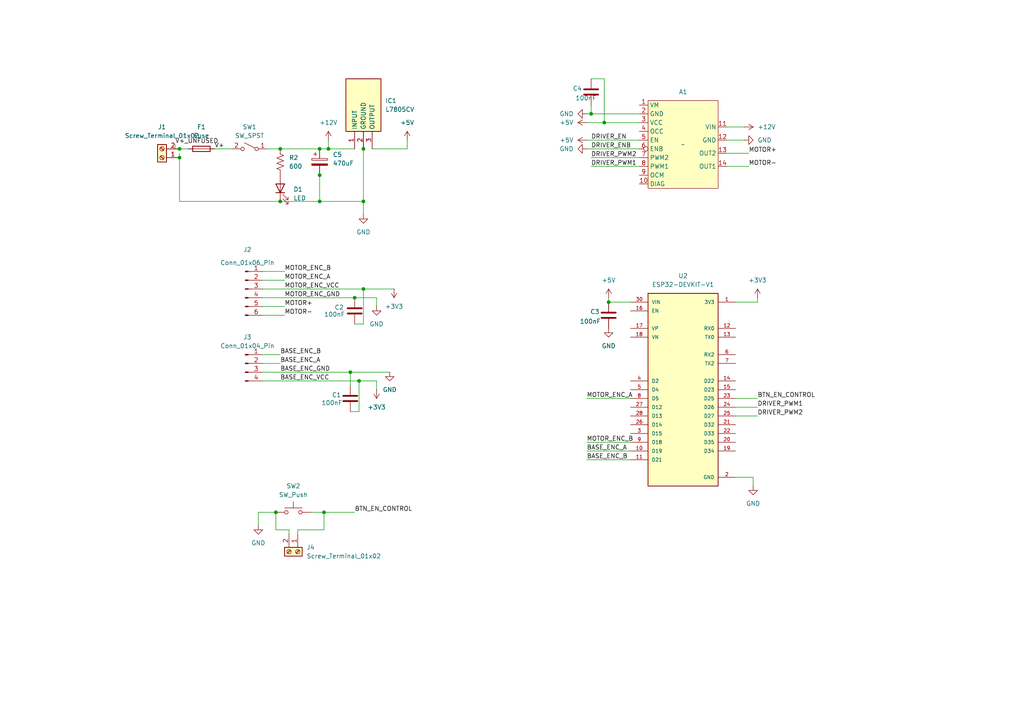
<source format=kicad_sch>
(kicad_sch (version 20250114) (generator "eeschema") (generator_version "9.0")
  (paper "A4")
  (lib_symbols
    (symbol "RWPendulum_Symbols:+12V" (power) (pin_numbers (hide yes)) (pin_names (offset 0) (hide yes))
      (property "Value" "+12V" (at 0 3.556 0))
      (symbol "+12V_0_1"
        (polyline (pts (xy -0.762 1.27) (xy 0 2.54)))
        (polyline (pts (xy 0 2.54) (xy 0.762 1.27)))
        (polyline (pts (xy 0 0) (xy 0 2.54)))
      )
      (symbol "+12V_1_1"
        (pin power_in line (at 0 0 90) (length 0) (name "~") (number "1"))
      )
    )
    (symbol "RWPendulum_Symbols:+3V3" (power) (pin_numbers (hide yes)) (pin_names (offset 0) (hide yes))
      (property "Value" "+3V3" (at 0 3.556 0))
      (symbol "+3V3_0_1"
        (polyline (pts (xy -0.762 1.27) (xy 0 2.54)))
        (polyline (pts (xy 0 2.54) (xy 0.762 1.27)))
        (polyline (pts (xy 0 0) (xy 0 2.54)))
      )
      (symbol "+3V3_1_1"
        (pin power_in line (at 0 0 90) (length 0) (name "~") (number "1"))
      )
    )
    (symbol "RWPendulum_Symbols:+5V" (power) (pin_numbers (hide yes)) (pin_names (offset 0) (hide yes))
      (property "Value" "+5V" (at 0 3.556 0))
      (symbol "+5V_0_1"
        (polyline (pts (xy -0.762 1.27) (xy 0 2.54)))
        (polyline (pts (xy 0 2.54) (xy 0.762 1.27)))
        (polyline (pts (xy 0 0) (xy 0 2.54)))
      )
      (symbol "+5V_1_1"
        (pin power_in line (at 0 0 90) (length 0) (name "~") (number "1"))
      )
    )
    (symbol "RWPendulum_Symbols:C" (pin_numbers (hide yes)) (pin_names (offset 0.254))
      (property "Reference" "C" (at 0.635 2.54 0))
      (property "Value" "C" (at 0.635 -2.54 0))
      (symbol "C_0_1"
        (polyline (pts (xy -2.032 0.762) (xy 2.032 0.762)) (stroke (width 0.508)))
        (polyline (pts (xy -2.032 -0.762) (xy 2.032 -0.762)) (stroke (width 0.508)))
      )
      (symbol "C_1_1"
        (pin passive line (at 0 3.81 270) (length 2.794) (name "~") (number "1"))
        (pin passive line (at 0 -3.81 90) (length 2.794) (name "~") (number "2"))
      )
    )
    (symbol "RWPendulum_Symbols:C_Polarized" (pin_numbers (hide yes)) (pin_names (offset 0.254))
      (property "Reference" "C" (at 0.635 2.54 0))
      (property "Value" "C_Polarized" (at 0.635 -2.54 0))
      (symbol "C_Polarized_0_1"
        (rectangle (start -2.286 0.508) (end 2.286 1.016))
        (polyline (pts (xy -1.778 2.286) (xy -0.762 2.286)))
        (polyline (pts (xy -1.27 2.794) (xy -1.27 1.778)))
        (rectangle (start 2.286 -0.508) (end -2.286 -1.016) (fill (type outline)))
      )
      (symbol "C_Polarized_1_1"
        (pin passive line (at 0 3.81 270) (length 2.794) (name "~") (number "1"))
        (pin passive line (at 0 -3.81 90) (length 2.794) (name "~") (number "2"))
      )
    )
    (symbol "RWPendulum_Symbols:Conn_01x04_Pin" (pin_names (offset 1.016) (hide yes))
      (property "Reference" "J" (at 0 5.08 0))
      (property "Value" "Conn_01x04_Pin" (at 0 -7.62 0))
      (symbol "Conn_01x04_Pin_1_1"
        (rectangle (start 0.8636 2.667) (end 0 2.413) (stroke (width 0.1524)) (fill (type outline)))
        (rectangle (start 0.8636 0.127) (end 0 -0.127) (stroke (width 0.1524)) (fill (type outline)))
        (rectangle (start 0.8636 -2.413) (end 0 -2.667) (stroke (width 0.1524)) (fill (type outline)))
        (rectangle (start 0.8636 -4.953) (end 0 -5.207) (stroke (width 0.1524)) (fill (type outline)))
        (polyline (pts (xy 1.27 2.54) (xy 0.8636 2.54)) (stroke (width 0.1524)))
        (polyline (pts (xy 1.27 0) (xy 0.8636 0)) (stroke (width 0.1524)))
        (polyline (pts (xy 1.27 -2.54) (xy 0.8636 -2.54)) (stroke (width 0.1524)))
        (polyline (pts (xy 1.27 -5.08) (xy 0.8636 -5.08)) (stroke (width 0.1524)))
        (pin passive line (at 5.08 2.54 180) (length 3.81) (name "Pin_1") (number "1"))
        (pin passive line (at 5.08 0 180) (length 3.81) (name "Pin_2") (number "2"))
        (pin passive line (at 5.08 -2.54 180) (length 3.81) (name "Pin_3") (number "3"))
        (pin passive line (at 5.08 -5.08 180) (length 3.81) (name "Pin_4") (number "4"))
      )
    )
    (symbol "RWPendulum_Symbols:Conn_01x06_Pin" (pin_names (offset 1.016) (hide yes))
      (property "Reference" "J" (at 0 7.62 0))
      (property "Value" "Conn_01x06_Pin" (at 0 -10.16 0))
      (symbol "Conn_01x06_Pin_1_1"
        (rectangle (start 0.8636 5.207) (end 0 4.953) (stroke (width 0.1524)) (fill (type outline)))
        (rectangle (start 0.8636 2.667) (end 0 2.413) (stroke (width 0.1524)) (fill (type outline)))
        (rectangle (start 0.8636 0.127) (end 0 -0.127) (stroke (width 0.1524)) (fill (type outline)))
        (rectangle (start 0.8636 -2.413) (end 0 -2.667) (stroke (width 0.1524)) (fill (type outline)))
        (rectangle (start 0.8636 -4.953) (end 0 -5.207) (stroke (width 0.1524)) (fill (type outline)))
        (rectangle (start 0.8636 -7.493) (end 0 -7.747) (stroke (width 0.1524)) (fill (type outline)))
        (polyline (pts (xy 1.27 5.08) (xy 0.8636 5.08)) (stroke (width 0.1524)))
        (polyline (pts (xy 1.27 2.54) (xy 0.8636 2.54)) (stroke (width 0.1524)))
        (polyline (pts (xy 1.27 0) (xy 0.8636 0)) (stroke (width 0.1524)))
        (polyline (pts (xy 1.27 -2.54) (xy 0.8636 -2.54)) (stroke (width 0.1524)))
        (polyline (pts (xy 1.27 -5.08) (xy 0.8636 -5.08)) (stroke (width 0.1524)))
        (polyline (pts (xy 1.27 -7.62) (xy 0.8636 -7.62)) (stroke (width 0.1524)))
        (pin passive line (at 5.08 5.08 180) (length 3.81) (name "Pin_1") (number "1"))
        (pin passive line (at 5.08 2.54 180) (length 3.81) (name "Pin_2") (number "2"))
        (pin passive line (at 5.08 0 180) (length 3.81) (name "Pin_3") (number "3"))
        (pin passive line (at 5.08 -2.54 180) (length 3.81) (name "Pin_4") (number "4"))
        (pin passive line (at 5.08 -5.08 180) (length 3.81) (name "Pin_5") (number "5"))
        (pin passive line (at 5.08 -7.62 180) (length 3.81) (name "Pin_6") (number "6"))
      )
    )
    (symbol "RWPendulum_Symbols:ESP32-DEVKIT-V1" (pin_names (offset 1.016))
      (property "Reference" "U" (at -10.16 30.48 0))
      (property "Value" "ESP32-DEVKIT-V1" (at -10.16 -30.48 0))
      (symbol "ESP32-DEVKIT-V1_0_0"
        (rectangle (start -10.16 -27.94) (end 10.16 27.94) (stroke (width 0.254)) (fill (type background)))
        (pin input line (at -15.24 25.4 0) (length 5.08) (name "VIN") (number "30"))
        (pin input line (at -15.24 22.86 0) (length 5.08) (name "EN") (number "16"))
        (pin bidirectional line (at -15.24 17.78 0) (length 5.08) (name "VP") (number "17"))
        (pin bidirectional line (at -15.24 15.24 0) (length 5.08) (name "VN") (number "18"))
        (pin bidirectional line (at -15.24 2.54 0) (length 5.08) (name "D2") (number "4"))
        (pin bidirectional line (at -15.24 0 0) (length 5.08) (name "D4") (number "5"))
        (pin bidirectional line (at -15.24 -2.54 0) (length 5.08) (name "D5") (number "8"))
        (pin bidirectional line (at -15.24 -5.08 0) (length 5.08) (name "D12") (number "27"))
        (pin bidirectional line (at -15.24 -7.62 0) (length 5.08) (name "D13") (number "28"))
        (pin bidirectional line (at -15.24 -10.16 0) (length 5.08) (name "D14") (number "26"))
        (pin bidirectional line (at -15.24 -12.7 0) (length 5.08) (name "D15") (number "3"))
        (pin bidirectional line (at -15.24 -15.24 0) (length 5.08) (name "D18") (number "9"))
        (pin bidirectional line (at -15.24 -17.78 0) (length 5.08) (name "D19") (number "10"))
        (pin bidirectional line (at -15.24 -20.32 0) (length 5.08) (name "D21") (number "11"))
        (pin output line (at 15.24 25.4 180) (length 5.08) (name "3V3") (number "1"))
        (pin input line (at 15.24 17.78 180) (length 5.08) (name "RX0") (number "12"))
        (pin output line (at 15.24 15.24 180) (length 5.08) (name "TX0") (number "13"))
        (pin input line (at 15.24 10.16 180) (length 5.08) (name "RX2") (number "6"))
        (pin output line (at 15.24 7.62 180) (length 5.08) (name "TX2") (number "7"))
        (pin bidirectional line (at 15.24 2.54 180) (length 5.08) (name "D22") (number "14"))
        (pin bidirectional line (at 15.24 0 180) (length 5.08) (name "D23") (number "15"))
        (pin bidirectional line (at 15.24 -2.54 180) (length 5.08) (name "D25") (number "23"))
        (pin bidirectional line (at 15.24 -5.08 180) (length 5.08) (name "D26") (number "24"))
        (pin bidirectional line (at 15.24 -7.62 180) (length 5.08) (name "D27") (number "25"))
        (pin bidirectional line (at 15.24 -10.16 180) (length 5.08) (name "D32") (number "21"))
        (pin bidirectional line (at 15.24 -12.7 180) (length 5.08) (name "D33") (number "22"))
        (pin bidirectional line (at 15.24 -15.24 180) (length 5.08) (name "D35") (number "20"))
        (pin bidirectional line (at 15.24 -17.78 180) (length 5.08) (name "D34") (number "19"))
        (pin power_in line (at 15.24 -25.4 180) (length 5.08) (name "GND") (number "2"))
        (pin power_in line (at 15.24 -25.4 180) (length 5.08) (hide yes) (name "GND") (number "29"))
      )
    )
    (symbol "RWPendulum_Symbols:Fuse" (pin_numbers (hide yes)) (pin_names (offset 0))
      (property "Reference" "F" (at 2.032 0 90))
      (property "Value" "Fuse" (at -1.905 0 90))
      (symbol "Fuse_0_1"
        (rectangle (start -0.762 -2.54) (end 0.762 2.54) (stroke (width 0.254)))
        (polyline (pts (xy 0 2.54) (xy 0 -2.54)))
      )
      (symbol "Fuse_1_1"
        (pin passive line (at 0 3.81 270) (length 1.27) (name "~") (number "1"))
        (pin passive line (at 0 -3.81 90) (length 1.27) (name "~") (number "2"))
      )
    )
    (symbol "RWPendulum_Symbols:GND" (power) (pin_numbers (hide yes)) (pin_names (offset 0) (hide yes))
      (property "Value" "GND" (at 0 -3.81 0))
      (symbol "GND_0_1"
        (polyline (pts (xy 0 0) (xy 0 -1.27) (xy 1.27 -1.27) (xy 0 -2.54) (xy -1.27 -1.27) (xy 0 -1.27)))
      )
      (symbol "GND_1_1"
        (pin power_in line (at 0 0 270) (length 0) (name "~") (number "1"))
      )
    )
    (symbol "RWPendulum_Symbols:L7805CV"
      (property "Reference" "IC" (at 21.59 7.62 0))
      (property "Value" "L7805CV" (at 21.59 5.08 0))
      (symbol "L7805CV_1_1"
        (rectangle (start 5.08 2.54) (end 20.32 -7.62) (stroke (width 0.254)) (fill (type background)))
        (pin passive line (at 0 0 0) (length 5.08) (name "INPUT") (number "1"))
        (pin passive line (at 0 -2.54 0) (length 5.08) (name "GROUND") (number "2"))
        (pin passive line (at 0 -5.08 0) (length 5.08) (name "OUTPUT") (number "3"))
      )
    )
    (symbol "RWPendulum_Symbols:LED" (pin_numbers (hide yes)) (pin_names (offset 1.016) (hide yes))
      (property "Reference" "D" (at 0 2.54 0))
      (property "Value" "LED" (at 0 -2.54 0))
      (symbol "LED_0_1"
        (polyline (pts (xy -3.048 -0.762) (xy -4.572 -2.286) (xy -3.81 -2.286) (xy -4.572 -2.286) (xy -4.572 -1.524)))
        (polyline (pts (xy -1.778 -0.762) (xy -3.302 -2.286) (xy -2.54 -2.286) (xy -3.302 -2.286) (xy -3.302 -1.524)))
        (polyline (pts (xy -1.27 0) (xy 1.27 0)))
        (polyline (pts (xy -1.27 -1.27) (xy -1.27 1.27)) (stroke (width 0.254)))
        (polyline (pts (xy 1.27 -1.27) (xy 1.27 1.27) (xy -1.27 0) (xy 1.27 -1.27)) (stroke (width 0.254)))
      )
      (symbol "LED_1_1"
        (pin passive line (at -3.81 0 0) (length 2.54) (name "K") (number "1"))
        (pin passive line (at 3.81 0 180) (length 2.54) (name "A") (number "2"))
      )
    )
    (symbol "RWPendulum_Symbols:MD36A_Driver_Module"
      (property "Reference" "A1" (at 0 15.24 0))
      (property "Value" "~" (at 0 0 0))
      (symbol "MD36A_Driver_Module_1_1"
        (rectangle (start -10.16 12.7) (end 10.16 -12.7) (fill (type background)))
        (pin input line (at -12.7 11.43 0) (length 2.54) (name "VM") (number "1"))
        (pin bidirectional line (at -12.7 8.89 0) (length 2.54) (name "GND") (number "2"))
        (pin power_in line (at -12.7 6.35 0) (length 2.54) (name "VCC") (number "3"))
        (pin input line (at -12.7 3.81 0) (length 2.54) (name "OCC") (number "4"))
        (pin input line (at -12.7 1.27 0) (length 2.54) (name "EN") (number "5"))
        (pin input inverted (at -12.7 -1.27 0) (length 2.54) (name "ENB") (number "6"))
        (pin input line (at -12.7 -3.81 0) (length 2.54) (name "PWM2") (number "7"))
        (pin input line (at -12.7 -6.35 0) (length 2.54) (name "PWM1") (number "8"))
        (pin output line (at -12.7 -8.89 0) (length 2.54) (name "OCM") (number "9"))
        (pin output line (at -12.7 -11.43 0) (length 2.54) (name "DIAG") (number "10"))
        (pin input line (at 12.7 5.08 180) (length 2.54) (name "VIN") (number "11"))
        (pin bidirectional line (at 12.7 1.27 180) (length 2.54) (name "GND") (number "12"))
        (pin power_out line (at 12.7 -2.54 180) (length 2.54) (name "OUT2") (number "13"))
        (pin power_out line (at 12.7 -6.35 180) (length 2.54) (name "OUT1") (number "14"))
      )
    )
    (symbol "RWPendulum_Symbols:R_US" (pin_numbers (hide yes)) (pin_names (offset 0))
      (property "Reference" "R" (at 2.54 0 90))
      (property "Value" "R_US" (at -2.54 0 90))
      (symbol "R_US_0_1"
        (polyline (pts (xy 0 2.286) (xy 0 2.54)))
        (polyline (pts (xy 0 2.286) (xy 1.016 1.905) (xy 0 1.524) (xy -1.016 1.143) (xy 0 0.762)))
        (polyline (pts (xy 0 0.762) (xy 1.016 0.381) (xy 0 0) (xy -1.016 -0.381) (xy 0 -0.762)))
        (polyline (pts (xy 0 -0.762) (xy 1.016 -1.143) (xy 0 -1.524) (xy -1.016 -1.905) (xy 0 -2.286)))
        (polyline (pts (xy 0 -2.286) (xy 0 -2.54)))
      )
      (symbol "R_US_1_1"
        (pin passive line (at 0 3.81 270) (length 1.27) (name "~") (number "1"))
        (pin passive line (at 0 -3.81 90) (length 1.27) (name "~") (number "2"))
      )
    )
    (symbol "RWPendulum_Symbols:SW_Push" (pin_numbers (hide yes)) (pin_names (offset 1.016) (hide yes))
      (property "Reference" "SW" (at 1.27 2.54 0))
      (property "Value" "SW_Push" (at 0 -1.524 0))
      (symbol "SW_Push_0_1"
        (circle (center -2.032 0) (radius 0.508))
        (polyline (pts (xy 0 1.27) (xy 0 3.048)))
        (circle (center 2.032 0) (radius 0.508))
        (polyline (pts (xy 2.54 1.27) (xy -2.54 1.27)))
        (pin passive line (at -5.08 0 0) (length 2.54) (name "1") (number "1"))
        (pin passive line (at 5.08 0 180) (length 2.54) (name "2") (number "2"))
      )
    )
    (symbol "RWPendulum_Symbols:SW_SPST" (pin_names (offset 0) (hide yes))
      (property "Reference" "SW" (at 0 3.175 0))
      (property "Value" "SW_SPST" (at 0 -2.54 0))
      (symbol "SW_SPST_0_0"
        (circle (center -2.032 0) (radius 0.508))
        (polyline (pts (xy -1.524 0.254) (xy 1.524 1.778)))
        (circle (center 2.032 0) (radius 0.508))
      )
      (symbol "SW_SPST_1_1"
        (pin passive line (at -5.08 0 0) (length 2.54) (name "A") (number "1"))
        (pin passive line (at 5.08 0 180) (length 2.54) (name "B") (number "2"))
      )
    )
    (symbol "RWPendulum_Symbols:Screw_Terminal_01x02" (pin_names (offset 1.016) (hide yes))
      (property "Reference" "J" (at 0 2.54 0))
      (property "Value" "Screw_Terminal_01x02" (at 0 -5.08 0))
      (symbol "Screw_Terminal_01x02_1_1"
        (rectangle (start -1.27 1.27) (end 1.27 -3.81) (stroke (width 0.254)) (fill (type background)))
        (polyline (pts (xy -0.5334 0.3302) (xy 0.3302 -0.508)) (stroke (width 0.1524)))
        (polyline (pts (xy -0.5334 -2.2098) (xy 0.3302 -3.048)) (stroke (width 0.1524)))
        (polyline (pts (xy -0.3556 0.508) (xy 0.508 -0.3302)) (stroke (width 0.1524)))
        (polyline (pts (xy -0.3556 -2.032) (xy 0.508 -2.8702)) (stroke (width 0.1524)))
        (circle (center 0 0) (radius 0.635) (stroke (width 0.1524)))
        (circle (center 0 -2.54) (radius 0.635) (stroke (width 0.1524)))
        (pin passive line (at -5.08 0 0) (length 3.81) (name "Pin_1") (number "1"))
        (pin passive line (at -5.08 -2.54 0) (length 3.81) (name "Pin_2") (number "2"))
      )
    )
  )
  (junction (at 92.71 50.8))
  (junction (at 92.71 43.18))
  (junction (at 105.41 58.42))
  (junction (at 92.71 58.42))
  (junction (at 101.6 107.95))
  (junction (at 81.28 43.18))
  (junction (at 105.41 43.18))
  (junction (at 52.07 45.72))
  (junction (at 171.45 33.02))
  (junction (at 52.07 43.18))
  (junction (at 81.28 58.42))
  (junction (at 102.87 86.36))
  (junction (at 95.25 43.18))
  (junction (at 80.01 148.59))
  (junction (at 93.98 148.59))
  (junction (at 105.41 83.82))
  (junction (at 175.26 35.56))
  (junction (at 104.14 110.49))
  (junction (at 176.53 87.63))
  (wire (pts (xy 213.36 120.65) (xy 219.71 120.65)))
  (wire (pts (xy 170.18 40.64) (xy 185.42 40.64)))
  (wire (pts (xy 210.82 48.26) (xy 217.17 48.26)))
  (wire (pts (xy 92.71 49.53) (xy 92.71 50.8)))
  (wire (pts (xy 105.41 93.98) (xy 105.41 83.82)))
  (wire (pts (xy 76.2 105.41) (xy 81.28 105.41)))
  (wire (pts (xy 170.18 130.81) (xy 182.88 130.81)))
  (wire (pts (xy 76.2 107.95) (xy 101.6 107.95)))
  (wire (pts (xy 213.36 115.57) (xy 219.71 115.57)))
  (wire (pts (xy 50.8 41.91) (xy 50.8 43.18)))
  (wire (pts (xy 86.36 154.94) (xy 86.36 153.67)))
  (wire (pts (xy 74.93 148.59) (xy 80.01 148.59)))
  (wire (pts (xy 67.31 43.18) (xy 62.23 43.18)))
  (wire (pts (xy 101.6 107.95) (xy 113.03 107.95)))
  (wire (pts (xy 170.18 35.56) (xy 175.26 35.56)))
  (wire (pts (xy 92.71 58.42) (xy 105.41 58.42)))
  (wire (pts (xy 171.45 48.26) (xy 185.42 48.26)))
  (wire (pts (xy 80.01 153.67) (xy 80.01 148.59)))
  (wire (pts (xy 170.18 128.27) (xy 182.88 128.27)))
  (wire (pts (xy 86.36 153.67) (xy 93.98 153.67)))
  (wire (pts (xy 104.14 119.38) (xy 104.14 110.49)))
  (wire (pts (xy 74.93 148.59) (xy 74.93 152.4)))
  (wire (pts (xy 176.53 86.36) (xy 176.53 87.63)))
  (wire (pts (xy 77.47 43.18) (xy 81.28 43.18)))
  (wire (pts (xy 93.98 153.67) (xy 93.98 148.59)))
  (wire (pts (xy 104.14 110.49) (xy 109.22 110.49)))
  (wire (pts (xy 52.07 43.18) (xy 54.61 43.18)))
  (wire (pts (xy 218.44 138.43) (xy 218.44 140.97)))
  (wire (pts (xy 171.45 33.02) (xy 185.42 33.02)))
  (wire (pts (xy 83.82 154.94) (xy 83.82 153.67)))
  (wire (pts (xy 76.2 78.74) (xy 82.55 78.74)))
  (wire (pts (xy 171.45 30.48) (xy 171.45 33.02)))
  (wire (pts (xy 175.26 35.56) (xy 185.42 35.56)))
  (wire (pts (xy 76.2 83.82) (xy 105.41 83.82)))
  (wire (pts (xy 210.82 44.45) (xy 217.17 44.45)))
  (wire (pts (xy 170.18 133.35) (xy 182.88 133.35)))
  (wire (pts (xy 76.2 102.87) (xy 81.28 102.87)))
  (wire (pts (xy 105.41 43.18) (xy 105.41 58.42)))
  (wire (pts (xy 170.18 115.57) (xy 182.88 115.57)))
  (wire (pts (xy 107.95 43.18) (xy 118.11 43.18)))
  (wire (pts (xy 83.82 153.67) (xy 80.01 153.67)))
  (wire (pts (xy 50.8 43.18) (xy 52.07 43.18)))
  (wire (pts (xy 92.71 43.18) (xy 95.25 43.18)))
  (wire (pts (xy 210.82 40.64) (xy 215.9 40.64)))
  (wire (pts (xy 95.25 43.18) (xy 102.87 43.18)))
  (wire (pts (xy 101.6 107.95) (xy 101.6 111.76)))
  (wire (pts (xy 171.45 22.86) (xy 175.26 22.86)))
  (wire (pts (xy 213.36 138.43) (xy 218.44 138.43)))
  (wire (pts (xy 52.07 44.45) (xy 52.07 45.72)))
  (wire (pts (xy 52.07 58.42) (xy 81.28 58.42)))
  (wire (pts (xy 175.26 22.86) (xy 175.26 35.56)))
  (wire (pts (xy 81.28 43.18) (xy 92.71 43.18)))
  (wire (pts (xy 109.22 110.49) (xy 109.22 113.03)))
  (wire (pts (xy 81.28 58.42) (xy 92.71 58.42)))
  (wire (pts (xy 93.98 148.59) (xy 90.17 148.59)))
  (wire (pts (xy 101.6 119.38) (xy 104.14 119.38)))
  (wire (pts (xy 76.2 91.44) (xy 82.55 91.44)))
  (wire (pts (xy 76.2 110.49) (xy 104.14 110.49)))
  (wire (pts (xy 170.18 43.18) (xy 185.42 43.18)))
  (wire (pts (xy 170.18 33.02) (xy 171.45 33.02)))
  (wire (pts (xy 176.53 87.63) (xy 182.88 87.63)))
  (wire (pts (xy 171.45 45.72) (xy 185.42 45.72)))
  (wire (pts (xy 93.98 148.59) (xy 102.87 148.59)))
  (wire (pts (xy 105.41 41.91) (xy 105.41 43.18)))
  (wire (pts (xy 213.36 87.63) (xy 219.71 87.63)))
  (wire (pts (xy 210.82 36.83) (xy 215.9 36.83)))
  (wire (pts (xy 213.36 118.11) (xy 219.71 118.11)))
  (wire (pts (xy 76.2 86.36) (xy 102.87 86.36)))
  (wire (pts (xy 105.41 58.42) (xy 105.41 62.23)))
  (wire (pts (xy 92.71 50.8) (xy 92.71 58.42)))
  (wire (pts (xy 76.2 81.28) (xy 82.55 81.28)))
  (wire (pts (xy 95.25 40.64) (xy 95.25 43.18)))
  (wire (pts (xy 102.87 86.36) (xy 109.22 86.36)))
  (wire (pts (xy 105.41 83.82) (xy 114.3 83.82)))
  (wire (pts (xy 109.22 86.36) (xy 109.22 88.9)))
  (wire (pts (xy 102.87 93.98) (xy 105.41 93.98)))
  (wire (pts (xy 219.71 87.63) (xy 219.71 86.36)))
  (wire (pts (xy 76.2 88.9) (xy 82.55 88.9)))
  (wire (pts (xy 52.07 45.72) (xy 52.07 58.42)))
  (wire (pts (xy 118.11 43.18) (xy 118.11 40.64)))
  (label "BASE_ENC_B" (at 81.28 102.87 0))
  (label "MOTOR_ENC_A" (at 170.18 115.57 0))
  (label "BASE_ENC_VCC" (at 81.28 110.49 0))
  (label "BTN_EN_CONTROL" (at 219.71 115.57 0))
  (label "MOTOR_ENC_B" (at 170.18 128.27 0))
  (label "MOTOR_ENC_GND" (at 82.55 86.36 0))
  (label "MOTOR+" (at 217.17 44.45 0))
  (label "DRIVER_ENB" (at 171.45 43.18 0))
  (label "MOTOR_ENC_A" (at 82.55 81.28 0))
  (label "MOTOR_ENC_B" (at 82.55 78.74 0))
  (label "BASE_ENC_A" (at 81.28 105.41 0))
  (label "V+_UNFUSED" (at 50.8 41.91 0))
  (label "BTN_EN_CONTROL" (at 102.87 148.59 0))
  (label "DRIVER_EN" (at 171.45 40.64 0))
  (label "BASE_ENC_GND" (at 81.28 107.95 0))
  (label "DRIVER_PWM1" (at 219.71 118.11 0))
  (label "BASE_ENC_B" (at 170.18 133.35 0))
  (label "DRIVER_PWM2" (at 171.45 45.72 0))
  (label "DRIVER_PWM1" (at 171.45 48.26 0))
  (label "MOTOR-" (at 217.17 48.26 0))
  (label "MOTOR+" (at 82.55 88.9 0))
  (label "BASE_ENC_A" (at 170.18 130.81 0))
  (label "DRIVER_PWM2" (at 219.71 120.65 0))
  (label "MOTOR_ENC_VCC" (at 82.55 83.82 0))
  (label "V+" (at 62.23 43.18 0))
  (label "MOTOR-" (at 82.55 91.44 0))
  (symbol (lib_id "RWPendulum_Symbols:C") (at 102.87 90.17 0) (unit 1)
    (property "Reference" "C2" (at 97.028 89.154 0) (effects (justify left)))
    (property "Value" "100nF" (at 93.98 91.186 0) (effects (justify left)))
    (property "Footprint" "Capacitor_THT:C_Disc_D5.0mm_W2.5mm_P5.00mm" (effects (hide yes)))
    (property "Description" "Unpolarized capacitor" (effects (hide yes)))
  )
  (symbol (lib_id "RWPendulum_Symbols:Conn_01x06_Pin") (at 71.12 83.82 0) (unit 1)
    (property "Reference" "J2" (at 71.755 72.39 0))
    (property "Value" "Conn_01x06_Pin" (at 71.755 76.2 0))
    (property "Footprint" "Connector_Molex:Molex_KK-396_A-41792-0006_1x06_P3.96mm_Horizontal" (effects (hide yes)))
    (property "Description" "Generic connector, single row, 01x06, script generated" (effects (hide yes)))
  )
  (symbol (lib_id "RWPendulum_Symbols:+3V3") (at 219.71 86.36 0) (unit 1)
    (property "Reference" "#PWR017" (effects (hide yes)))
    (property "Value" "+3V3" (at 219.71 81.28 0))
    (property "Description" "Power symbol creates a global label with name \"+3V3\"" (effects (hide yes)))
  )
  (symbol (lib_id "RWPendulum_Symbols:Conn_01x04_Pin") (at 71.12 105.41 0) (unit 1)
    (property "Reference" "J3" (at 71.755 97.79 0))
    (property "Value" "Conn_01x04_Pin" (at 71.755 100.33 0))
    (property "Footprint" "Connector_Molex:Molex_KK-396_A-41792-0004_1x04_P3.96mm_Horizontal" (effects (hide yes)))
    (property "Description" "Generic connector, single row, 01x04, script generated" (effects (hide yes)))
  )
  (symbol (lib_id "RWPendulum_Symbols:GND") (at 109.22 88.9 0) (unit 1)
    (property "Reference" "#PWR09" (effects (hide yes)))
    (property "Value" "GND" (at 109.22 93.98 0))
    (property "Description" "Power symbol creates a global label with name \"GND\" , ground" (effects (hide yes)))
  )
  (symbol (lib_id "RWPendulum_Symbols:MD36A_Driver_Module") (at 198.12 41.91 0) (unit 1)
    (property "Reference" "A1" (at 198.12 26.67 0))
    (property "Value" "~" (at 198.12 41.91 0))
    (property "Footprint" "BibliotecaGT:MD36A Motor Driver Header" (effects (hide yes)))
    (property "Datasheet" "https://www.pololu.com/product/2997" (effects (hide yes)))
    (property "Description" "Toshiba’s TB9051FTG brushed DC motor driver module" (effects (hide yes)))
  )
  (symbol (lib_id "RWPendulum_Symbols:+12V") (at 215.9 36.83 270) (unit 1)
    (property "Reference" "#PWR04" (effects (hide yes)))
    (property "Value" "+12V" (at 219.71 36.8299 90) (effects (justify left)))
    (property "Description" "Power symbol creates a global label with name \"+12V\"" (effects (hide yes)))
  )
  (symbol (lib_id "RWPendulum_Symbols:GND") (at 113.03 107.95 0) (unit 1)
    (property "Reference" "#PWR011" (effects (hide yes)))
    (property "Value" "GND" (at 113.03 113.03 0))
    (property "Description" "Power symbol creates a global label with name \"GND\" , ground" (effects (hide yes)))
  )
  (symbol (lib_id "RWPendulum_Symbols:C") (at 176.53 91.44 0) (unit 1)
    (property "Reference" "C3" (at 171.196 90.424 0) (effects (justify left)))
    (property "Value" "100nF" (at 168.148 93.218 0) (effects (justify left)))
    (property "Footprint" "Capacitor_THT:C_Disc_D5.0mm_W2.5mm_P5.00mm" (effects (hide yes)))
    (property "Description" "Unpolarized capacitor" (effects (hide yes)))
  )
  (symbol (lib_id "RWPendulum_Symbols:+5V") (at 170.18 35.56 90) (unit 1)
    (property "Reference" "#PWR07" (effects (hide yes)))
    (property "Value" "+5V" (at 166.37 35.5599 90) (effects (justify left)))
    (property "Description" "Power symbol creates a global label with name \"+5V\"" (effects (hide yes)))
  )
  (symbol (lib_id "RWPendulum_Symbols:C_Polarized") (at 92.71 46.99 0) (unit 1)
    (property "Reference" "C5" (at 96.52 44.8309 0) (effects (justify left)))
    (property "Value" "470uF" (at 96.52 47.3709 0) (effects (justify left)))
    (property "Footprint" "Capacitor_THT:CP_Radial_D8.0mm_P3.50mm" (effects (hide yes)))
    (property "Description" "Polarized capacitor" (effects (hide yes)))
  )
  (symbol (lib_id "RWPendulum_Symbols:R_US") (at 81.28 46.99 180) (unit 1)
    (property "Reference" "R2" (at 83.82 45.7199 0) (effects (justify right)))
    (property "Value" "600" (at 83.82 48.2599 0) (effects (justify right)))
    (property "Footprint" "Resistor_THT:R_Axial_DIN0207_L6.3mm_D2.5mm_P10.16mm_Horizontal" (effects (hide yes)))
    (property "Description" "Resistor, US symbol" (effects (hide yes)))
  )
  (symbol (lib_id "RWPendulum_Symbols:Screw_Terminal_01x02") (at 46.99 45.72 180) (unit 1)
    (property "Reference" "J1" (at 46.99 36.83 0))
    (property "Value" "Screw_Terminal_01x02" (at 46.99 39.37 0))
    (property "Footprint" "TerminalBlock:TerminalBlock_MaiXu_MX126-5.0-02P_1x02_P5.00mm" (effects (hide yes)))
    (property "Description" "Generic screw terminal, single row, 01x02, script generated (kicad-library-utils/schlib/autogen/connector/)" (effects (hide yes)))
  )
  (symbol (lib_id "RWPendulum_Symbols:GND") (at 170.18 33.02 270) (unit 1)
    (property "Reference" "#PWR06" (effects (hide yes)))
    (property "Value" "GND" (at 166.37 33.0199 90) (effects (justify right)))
    (property "Description" "Power symbol creates a global label with name \"GND\" , ground" (effects (hide yes)))
  )
  (symbol (lib_id "RWPendulum_Symbols:+5V") (at 118.11 40.64 0) (unit 1)
    (property "Reference" "#PWR03" (effects (hide yes)))
    (property "Value" "+5V" (at 118.11 35.56 0))
    (property "Description" "Power symbol creates a global label with name \"+5V\"" (effects (hide yes)))
  )
  (symbol (lib_id "RWPendulum_Symbols:GND") (at 218.44 140.97 0) (unit 1)
    (property "Reference" "#PWR015" (effects (hide yes)))
    (property "Value" "GND" (at 218.44 146.05 0))
    (property "Description" "Power symbol creates a global label with name \"GND\" , ground" (effects (hide yes)))
  )
  (symbol (lib_id "RWPendulum_Symbols:GND") (at 170.18 43.18 270) (unit 1)
    (property "Reference" "#PWR013" (effects (hide yes)))
    (property "Value" "GND" (at 166.37 43.1799 90) (effects (justify right)))
    (property "Description" "Power symbol creates a global label with name \"GND\" , ground" (effects (hide yes)))
  )
  (symbol (lib_id "RWPendulum_Symbols:GND") (at 105.41 62.23 0) (unit 1)
    (property "Reference" "#PWR02" (effects (hide yes)))
    (property "Value" "GND" (at 105.41 67.31 0))
    (property "Description" "Power symbol creates a global label with name \"GND\" , ground" (effects (hide yes)))
  )
  (symbol (lib_id "RWPendulum_Symbols:GND") (at 176.53 95.25 0) (unit 1)
    (property "Reference" "#PWR019" (effects (hide yes)))
    (property "Value" "GND" (at 176.53 100.33 0))
    (property "Description" "Power symbol creates a global label with name \"GND\" , ground" (effects (hide yes)))
  )
  (symbol (lib_id "RWPendulum_Symbols:GND") (at 215.9 40.64 90) (unit 1)
    (property "Reference" "#PWR05" (effects (hide yes)))
    (property "Value" "GND" (at 219.71 40.6399 90) (effects (justify right)))
    (property "Description" "Power symbol creates a global label with name \"GND\" , ground" (effects (hide yes)))
  )
  (symbol (lib_id "RWPendulum_Symbols:GND") (at 74.93 152.4 0) (unit 1)
    (property "Reference" "#PWR016" (effects (hide yes)))
    (property "Value" "GND" (at 74.93 157.48 0))
    (property "Description" "Power symbol creates a global label with name \"GND\" , ground" (effects (hide yes)))
  )
  (symbol (lib_id "RWPendulum_Symbols:+12V") (at 95.25 40.64 0) (unit 1)
    (property "Reference" "#PWR01" (effects (hide yes)))
    (property "Value" "+12V" (at 95.25 35.56 0))
    (property "Description" "Power symbol creates a global label with name \"+12V\"" (effects (hide yes)))
  )
  (symbol (lib_id "RWPendulum_Symbols:L7805CV") (at 102.87 43.18 90) (unit 1)
    (property "Reference" "IC1" (at 111.76 29.2099 90) (effects (justify right)))
    (property "Value" "L7805CV" (at 111.76 31.7499 90) (effects (justify right)))
    (property "Footprint" "LibraryLoader:TO255P460X1020X2008-3P" (effects (hide yes)))
    (property "Datasheet" "https://www.st.com/resource/en/datasheet/l78.pdf" (effects (hide yes)))
    (property "Description" "Linear voltage regulator,L7805CV 5V 1.5A STMicroelectronics L7805CV, Single Linear Voltage Regulator, 1.5A 5 V, 3-Pin TO-220" (effects (hide yes)))
    (property "Height" "4.6" (effects (hide yes)))
    (property "Manufacturer_Name" "STMicroelectronics" (effects (hide yes)))
    (property "Manufacturer_Part_Number" "L7805CV" (effects (hide yes)))
    (property "Mouser Part Number" "511-L7805CV" (effects (hide yes)))
    (property "Mouser Price/Stock" "https://www.mouser.co.uk/ProductDetail/STMicroelectronics/L7805CV?qs=9NrABl3fj%2FqplZAHiYUxWg%3D%3D" (effects (hide yes)))
    (property "Arrow Part Number" "L7805CV" (effects (hide yes)))
    (property "Arrow Price/Stock" "https://www.arrow.com/en/products/l7805cv/stmicroelectronics?utm_currency=USD&region=europe" (effects (hide yes)))
  )
  (symbol (lib_id "RWPendulum_Symbols:SW_Push") (at 85.09 148.59 0) (unit 1)
    (property "Reference" "SW2" (at 85.09 140.97 0))
    (property "Value" "SW_Push" (at 85.09 143.51 0))
    (property "Footprint" "Button_Switch_THT:SW_PUSH_6mm_H4.3mm" (effects (hide yes)))
    (property "Description" "Push button switch, generic, two pins" (effects (hide yes)))
  )
  (symbol (lib_id "RWPendulum_Symbols:Fuse") (at 58.42 43.18 90) (unit 1)
    (property "Reference" "F1" (at 58.42 36.83 90))
    (property "Value" "Fuse" (at 58.42 39.37 90))
    (property "Footprint" "Fuse:Fuseholder_Cylinder-5x20mm_Schurter_0031_8201_Horizontal_Open" (effects (hide yes)))
    (property "Description" "Fuse" (effects (hide yes)))
  )
  (symbol (lib_id "RWPendulum_Symbols:Screw_Terminal_01x02") (at 86.36 160.02 270) (unit 1)
    (property "Reference" "J4" (at 88.9 158.7499 90) (effects (justify left)))
    (property "Value" "Screw_Terminal_01x02" (at 88.9 161.2899 90) (effects (justify left)))
    (property "Footprint" "TerminalBlock:TerminalBlock_MaiXu_MX126-5.0-02P_1x02_P5.00mm" (effects (hide yes)))
    (property "Description" "Generic screw terminal, single row, 01x02, script generated (kicad-library-utils/schlib/autogen/connector/)" (effects (hide yes)))
  )
  (symbol (lib_id "RWPendulum_Symbols:C") (at 101.6 115.57 0) (unit 1)
    (property "Reference" "C1" (at 96.266 114.554 0) (effects (justify left)))
    (property "Value" "100nF" (at 93.218 116.84 0) (effects (justify left)))
    (property "Footprint" "Capacitor_THT:C_Disc_D5.0mm_W2.5mm_P5.00mm" (effects (hide yes)))
    (property "Description" "Unpolarized capacitor" (effects (hide yes)))
  )
  (symbol (lib_id "RWPendulum_Symbols:SW_SPST") (at 72.39 43.18 0) (mirror y) (unit 1)
    (property "Reference" "SW1" (at 72.39 36.83 0))
    (property "Value" "SW_SPST" (at 72.39 39.37 0))
    (property "Footprint" "TerminalBlock:TerminalBlock_MaiXu_MX126-5.0-02P_1x02_P5.00mm" (effects (hide yes)))
    (property "Description" "Single Pole Single Throw (SPST) switch" (effects (hide yes)))
  )
  (symbol (lib_id "RWPendulum_Symbols:LED") (at 81.28 54.61 90) (unit 1)
    (property "Reference" "D1" (at 85.09 54.9274 90) (effects (justify right)))
    (property "Value" "LED" (at 85.09 57.4674 90) (effects (justify right)))
    (property "Footprint" "LED_THT:LED_D3.0mm" (effects (hide yes)))
    (property "Description" "Light emitting diode" (effects (hide yes)))
    (property "Sim.Pins" "1=K 2=A" (effects (hide yes)))
  )
  (symbol (lib_id "RWPendulum_Symbols:C") (at 171.45 26.67 0) (unit 1)
    (property "Reference" "C4" (at 166.116 25.654 0) (effects (justify left)))
    (property "Value" "100nF" (at 166.878 28.448 0) (effects (justify left)))
    (property "Footprint" "Capacitor_THT:C_Disc_D5.0mm_W2.5mm_P5.00mm" (effects (hide yes)))
    (property "Description" "Unpolarized capacitor" (effects (hide yes)))
  )
  (symbol (lib_id "RWPendulum_Symbols:ESP32-DEVKIT-V1") (at 198.12 113.03 0) (unit 1)
    (property "Reference" "U2" (at 198.12 80.01 0))
    (property "Value" "ESP32-DEVKIT-V1" (at 198.12 82.55 0))
    (property "Footprint" "RF_Module:ESP32-C3-DevKitM-1" (effects (hide yes)))
    (property "MF" "Do it" (effects (hide yes)))
    (property "MAXIMUM_PACKAGE_HEIGHT" "6.8 mm" (effects (hide yes)))
    (property "Package" "None" (effects (hide yes)))
    (property "Price" "None" (effects (hide yes)))
    (property "Check_prices" "https://www.snapeda.com/parts/ESP32-DEVKIT-V1/Do+it/view-part/?ref=eda" (effects (hide yes)))
    (property "STANDARD" "Manufacturer Recommendations" (effects (hide yes)))
    (property "PARTREV" "N/A" (effects (hide yes)))
    (property "SnapEDA_Link" "https://www.snapeda.com/parts/ESP32-DEVKIT-V1/Do+it/view-part/?ref=snap" (effects (hide yes)))
    (property "MP" "ESP32-DEVKIT-V1" (effects (hide yes)))
    (property "Description_1" "Dual core, Wi-Fi: 2.4 GHz up to 150 Mbits/s,BLE (Bluetooth Low Energy) and legacy Bluetooth, 32 bits, Up to 240 MHz" (effects (hide yes)))
    (property "Availability" "Not in stock" (effects (hide yes)))
    (property "MANUFACTURER" "DOIT" (effects (hide yes)))
  )
  (symbol (lib_id "RWPendulum_Symbols:+3V3") (at 109.22 113.03 180) (unit 1)
    (property "Reference" "#PWR010" (effects (hide yes)))
    (property "Value" "+3V3" (at 109.22 118.11 0))
    (property "Description" "Power symbol creates a global label with name \"+3V3\"" (effects (hide yes)))
  )
  (symbol (lib_id "RWPendulum_Symbols:+5V") (at 176.53 86.36 0) (unit 1)
    (property "Reference" "#PWR014" (effects (hide yes)))
    (property "Value" "+5V" (at 176.53 81.28 0))
    (property "Description" "Power symbol creates a global label with name \"+5V\"" (effects (hide yes)))
  )
  (symbol (lib_id "RWPendulum_Symbols:+3V3") (at 114.3 83.82 180) (unit 1)
    (property "Reference" "#PWR08" (effects (hide yes)))
    (property "Value" "+3V3" (at 114.3 88.9 0))
    (property "Description" "Power symbol creates a global label with name \"+3V3\"" (effects (hide yes)))
  )
  (symbol (lib_id "RWPendulum_Symbols:+5V") (at 170.18 40.64 90) (unit 1)
    (property "Reference" "#PWR012" (effects (hide yes)))
    (property "Value" "+5V" (at 166.37 40.6399 90) (effects (justify left)))
    (property "Description" "Power symbol creates a global label with name \"+5V\"" (effects (hide yes)))
  )
)
</source>
